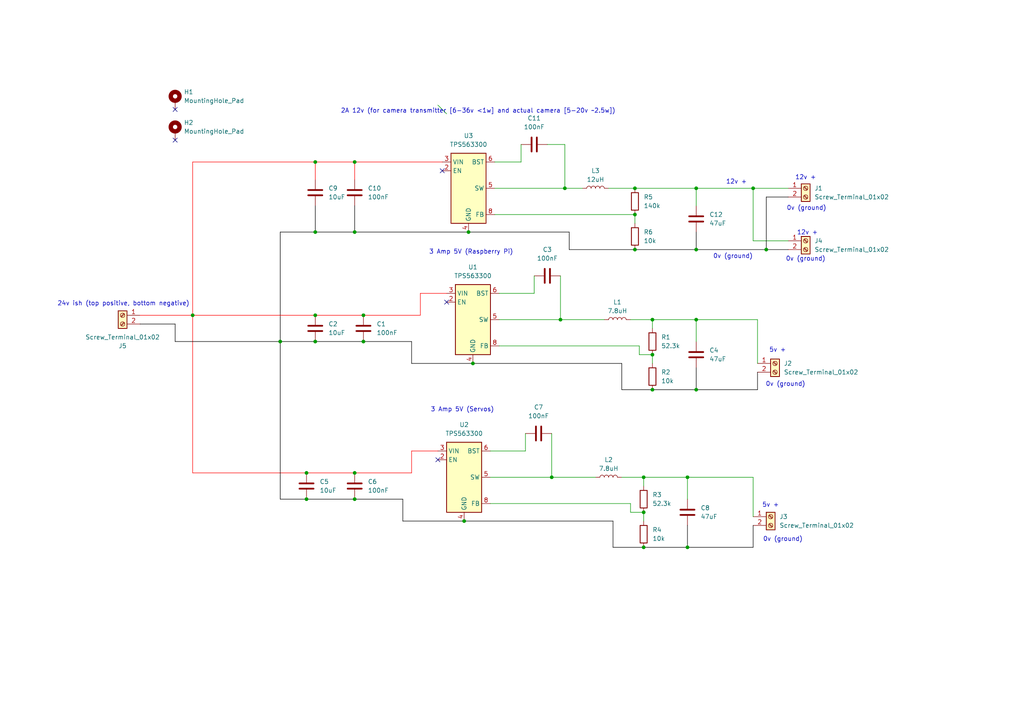
<source format=kicad_sch>
(kicad_sch (version 20231120) (generator "eeschema") (generator_version "8.0")
  (paper "A4")
  (title_block (title "BORZOI"))
  (lib_symbols
    (symbol "Connector:Screw_Terminal_01x02" (pin_names (offset 1.016) hide)
      (property "Reference" "J" (at 0 2.54 0))
      (property "Value" "Screw_Terminal_01x02" (at 0 -5.08 0))
      (symbol "Screw_Terminal_01x02_1_1"
        (rectangle (start -1.27 1.27) (end 1.27 -3.81) (stroke (width 0.254)) (fill (type background)))
        (circle (center 0 -2.54) (radius 0.635) (stroke (width 0.1524)))
        (polyline (pts (xy -0.5334 -2.2098) (xy 0.3302 -3.048)) (stroke (width 0.1524)))
        (polyline (pts (xy -0.5334 0.3302) (xy 0.3302 -0.508)) (stroke (width 0.1524)))
        (polyline (pts (xy -0.3556 -2.032) (xy 0.508 -2.8702)) (stroke (width 0.1524)))
        (polyline (pts (xy -0.3556 0.508) (xy 0.508 -0.3302)) (stroke (width 0.1524)))
        (circle (center 0 0) (radius 0.635) (stroke (width 0.1524)))
        (pin passive line (at -5.08 0 0) (length 3.81) (name "Pin_1") (number "1"))
        (pin passive line (at -5.08 -2.54 0) (length 3.81) (name "Pin_2") (number "2"))
      )
    )
    (symbol "Device:C" (pin_numbers hide) (pin_names (offset 0.254))
      (property "Reference" "C" (at 0.635 2.54 0))
      (property "Value" "C" (at 0.635 -2.54 0))
      (symbol "C_0_1"
        (polyline (pts (xy -2.032 -0.762) (xy 2.032 -0.762)) (stroke (width 0.508)))
        (polyline (pts (xy -2.032 0.762) (xy 2.032 0.762)) (stroke (width 0.508)))
      )
      (symbol "C_1_1"
        (pin passive line (at 0 3.81 270) (length 2.794) (name "~") (number "1"))
        (pin passive line (at 0 -3.81 90) (length 2.794) (name "~") (number "2"))
      )
    )
    (symbol "Device:L" (pin_numbers hide) (pin_names (offset 1.016) hide)
      (property "Reference" "L" (at -1.27 0 90))
      (property "Value" "L" (at 1.905 0 90))
      (symbol "L_0_1"
        (arc (start 0 -2.54) (mid 0.6323 -1.905) (end 0 -1.27))
        (arc (start 0 -1.27) (mid 0.6323 -0.635) (end 0 0))
        (arc (start 0 0) (mid 0.6323 0.635) (end 0 1.27))
        (arc (start 0 1.27) (mid 0.6323 1.905) (end 0 2.54))
      )
      (symbol "L_1_1"
        (pin passive line (at 0 3.81 270) (length 1.27) (name "1") (number "1"))
        (pin passive line (at 0 -3.81 90) (length 1.27) (name "2") (number "2"))
      )
    )
    (symbol "Device:R" (pin_numbers hide) (pin_names (offset 0))
      (property "Reference" "R" (at 2.032 0 90))
      (property "Value" "R" (at 0 0 90))
      (symbol "R_0_1"
        (rectangle (start -1.016 -2.54) (end 1.016 2.54) (stroke (width 0.254)))
      )
      (symbol "R_1_1"
        (pin passive line (at 0 3.81 270) (length 1.27) (name "~") (number "1"))
        (pin passive line (at 0 -3.81 90) (length 1.27) (name "~") (number "2"))
      )
    )
    (symbol "Mechanical:MountingHole_Pad" (pin_numbers hide) (pin_names (offset 1.016) hide) (exclude_from_sim yes) (in_bom no)
      (property "Reference" "H" (at 0 6.35 0))
      (property "Value" "MountingHole_Pad" (at 0 4.445 0))
      (symbol "MountingHole_Pad_0_1"
        (circle (center 0 1.27) (radius 1.27) (stroke (width 1.27)))
      )
      (symbol "MountingHole_Pad_1_1"
        (pin input line (at 0 -2.54 90) (length 2.54) (name "1") (number "1"))
      )
    )
    (symbol "Regulator_Switching:TPS563300"
      (property "Reference" "U" (at 0 13.97 0))
      (property "Value" "TPS563300" (at 0 11.43 0))
      (symbol "TPS563300_0_1"
        (rectangle (start -5.08 10.16) (end 5.08 -10.16) (stroke (width 0.254)) (fill (type background)))
      )
      (symbol "TPS563300_1_1"
        (pin no_connect line (at -5.08 -5.08 0) (length 2.54) hide (name "NC") (number "1"))
        (pin input line (at -7.62 5.08 0) (length 2.54) (name "EN") (number "2"))
        (pin power_in line (at -7.62 7.62 0) (length 2.54) (name "VIN") (number "3"))
        (pin power_in line (at 0 -12.7 90) (length 2.54) (name "GND") (number "4"))
        (pin output line (at 7.62 0 180) (length 2.54) (name "SW") (number "5"))
        (pin passive line (at 7.62 7.62 180) (length 2.54) (name "BST") (number "6"))
        (pin no_connect line (at -5.08 -2.54 0) (length 2.54) hide (name "NC") (number "7"))
        (pin input line (at 7.62 -7.62 180) (length 2.54) (name "FB") (number "8"))
      )
    )
  )
  (junction (at 163.83 54.61))
  (junction (at 186.69 138.43))
  (junction (at 135.89 67.31))
  (junction (at 189.23 102.87))
  (junction (at 189.23 113.03))
  (junction (at 55.88 91.44))
  (junction (at 201.93 113.03))
  (junction (at 91.44 67.31))
  (junction (at 199.39 158.75))
  (junction (at 91.44 91.44))
  (junction (at 105.41 99.06))
  (junction (at 88.9 137.16))
  (junction (at 81.28 99.06))
  (junction (at 186.69 158.75))
  (junction (at 222.25 72.39))
  (junction (at 160.02 138.43))
  (junction (at 184.15 54.61))
  (junction (at 201.93 54.61))
  (junction (at 201.93 92.71))
  (junction (at 184.15 72.39))
  (junction (at 137.16 105.41))
  (junction (at 91.44 46.99))
  (junction (at 218.44 54.61))
  (junction (at 105.41 91.44))
  (junction (at 102.87 137.16))
  (junction (at 102.87 46.99))
  (junction (at 102.87 144.78))
  (junction (at 88.9 144.78))
  (junction (at 199.39 138.43))
  (junction (at 91.44 99.06))
  (junction (at 186.69 148.59))
  (junction (at 102.87 67.31))
  (junction (at 184.15 62.23))
  (junction (at 201.93 72.39))
  (junction (at 162.56 92.71))
  (junction (at 189.23 92.71))
  (junction (at 134.62 151.13))
  (no_connect (at 50.8 31.75))
  (no_connect (at 127 133.35))
  (no_connect (at 128.27 49.53))
  (no_connect (at 50.8 40.64))
  (no_connect (at 129.54 87.63))
  (bus_entry (at 127 30.48) (size 2.54 2.54))
  (wire (pts (xy 116.84 144.78) (xy 116.84 151.13)) (stroke (width 0) (color 0 0 0 1)))
  (wire (pts (xy 162.56 92.71) (xy 175.26 92.71)))
  (wire (pts (xy 218.44 54.61) (xy 228.6 54.61)))
  (wire (pts (xy 143.51 54.61) (xy 163.83 54.61)))
  (wire (pts (xy 128.27 46.99) (xy 102.87 46.99)) (stroke (width 0) (color 255 0 0 1)))
  (wire (pts (xy 81.28 67.31) (xy 81.28 99.06)) (stroke (width 0) (color 0 0 0 1)))
  (wire (pts (xy 119.38 137.16) (xy 119.38 130.81)) (stroke (width 0) (color 255 0 0 1)))
  (wire (pts (xy 50.8 99.06) (xy 50.8 93.98)) (stroke (width 0) (color 0 0 0 1)))
  (wire (pts (xy 189.23 113.03) (xy 201.93 113.03)) (stroke (width 0) (color 0 0 0 1)))
  (wire (pts (xy 143.51 46.99) (xy 151.13 46.99)))
  (wire (pts (xy 182.88 92.71) (xy 189.23 92.71)))
  (wire (pts (xy 105.41 91.44) (xy 121.92 91.44)) (stroke (width 0) (color 255 0 0 1)))
  (wire (pts (xy 144.78 85.09) (xy 154.94 85.09)))
  (wire (pts (xy 137.16 105.41) (xy 180.34 105.41)) (stroke (width 0) (color 0 0 0 1)))
  (wire (pts (xy 163.83 54.61) (xy 168.91 54.61)))
  (wire (pts (xy 201.93 72.39) (xy 222.25 72.39)) (stroke (width 0) (color 0 0 0 1)))
  (wire (pts (xy 201.93 67.31) (xy 201.93 72.39)) (stroke (width 0) (color 0 0 0 1)))
  (wire (pts (xy 177.8 158.75) (xy 186.69 158.75)) (stroke (width 0) (color 0 0 0 1)))
  (wire (pts (xy 222.25 72.39) (xy 228.6 72.39)) (stroke (width 0) (color 0 0 0 1)))
  (wire (pts (xy 50.8 99.06) (xy 81.28 99.06)) (stroke (width 0) (color 0 0 0 1)))
  (wire (pts (xy 81.28 144.78) (xy 88.9 144.78)) (stroke (width 0) (color 0 0 0 1)))
  (wire (pts (xy 81.28 99.06) (xy 91.44 99.06)) (stroke (width 0) (color 0 0 0 1)))
  (wire (pts (xy 158.75 41.91) (xy 163.83 41.91)))
  (wire (pts (xy 81.28 67.31) (xy 91.44 67.31)) (stroke (width 0) (color 0 0 0 1)))
  (wire (pts (xy 102.87 46.99) (xy 91.44 46.99)) (stroke (width 0) (color 255 0 0 1)))
  (wire (pts (xy 185.42 100.33) (xy 185.42 102.87)))
  (wire (pts (xy 102.87 59.69) (xy 102.87 67.31)) (stroke (width 0) (color 0 0 0 1)))
  (wire (pts (xy 160.02 138.43) (xy 172.72 138.43)))
  (wire (pts (xy 91.44 99.06) (xy 105.41 99.06)) (stroke (width 0) (color 0 0 0 1)))
  (wire (pts (xy 144.78 92.71) (xy 162.56 92.71)))
  (wire (pts (xy 222.25 72.39) (xy 222.25 57.15)) (stroke (width 0) (color 0 0 0 1)))
  (wire (pts (xy 152.4 130.81) (xy 152.4 125.73)))
  (wire (pts (xy 162.56 92.71) (xy 162.56 80.01)))
  (wire (pts (xy 201.93 113.03) (xy 219.71 113.03)) (stroke (width 0) (color 0 0 0 1)))
  (wire (pts (xy 218.44 152.4) (xy 218.44 158.75)) (stroke (width 0) (color 0 0 0 1)))
  (wire (pts (xy 88.9 137.16) (xy 102.87 137.16)) (stroke (width 0) (color 255 0 0 1)))
  (wire (pts (xy 55.88 91.44) (xy 55.88 137.16)) (stroke (width 0) (color 255 0 0 1)))
  (wire (pts (xy 201.93 106.68) (xy 201.93 113.03)) (stroke (width 0) (color 0 0 0 1)))
  (wire (pts (xy 199.39 138.43) (xy 199.39 144.78)))
  (wire (pts (xy 142.24 138.43) (xy 160.02 138.43)))
  (wire (pts (xy 165.1 67.31) (xy 135.89 67.31)) (stroke (width 0) (color 0 0 0 1)))
  (wire (pts (xy 55.88 91.44) (xy 55.88 46.99)) (stroke (width 0) (color 255 0 0 1)))
  (wire (pts (xy 186.69 158.75) (xy 199.39 158.75)) (stroke (width 0) (color 0 0 0 1)))
  (wire (pts (xy 91.44 91.44) (xy 105.41 91.44)) (stroke (width 0) (color 255 0 0 1)))
  (wire (pts (xy 119.38 99.06) (xy 119.38 105.41)) (stroke (width 0) (color 0 0 0 1)))
  (wire (pts (xy 144.78 100.33) (xy 185.42 100.33)))
  (wire (pts (xy 143.51 62.23) (xy 184.15 62.23)))
  (wire (pts (xy 119.38 130.81) (xy 127 130.81)) (stroke (width 0) (color 255 0 0 1)))
  (wire (pts (xy 105.41 99.06) (xy 119.38 99.06)) (stroke (width 0) (color 0 0 0 1)))
  (wire (pts (xy 201.93 54.61) (xy 218.44 54.61)))
  (wire (pts (xy 151.13 46.99) (xy 151.13 41.91)))
  (wire (pts (xy 186.69 148.59) (xy 186.69 151.13)))
  (wire (pts (xy 189.23 92.71) (xy 201.93 92.71)))
  (wire (pts (xy 199.39 158.75) (xy 218.44 158.75)) (stroke (width 0) (color 0 0 0 1)))
  (wire (pts (xy 142.24 130.81) (xy 152.4 130.81)))
  (wire (pts (xy 142.24 146.05) (xy 182.88 146.05)))
  (wire (pts (xy 102.87 67.31) (xy 135.89 67.31)) (stroke (width 0) (color 0 0 0 1)))
  (wire (pts (xy 176.53 54.61) (xy 184.15 54.61)))
  (wire (pts (xy 102.87 144.78) (xy 116.84 144.78)) (stroke (width 0) (color 0 0 0 1)))
  (wire (pts (xy 186.69 138.43) (xy 199.39 138.43)))
  (wire (pts (xy 81.28 99.06) (xy 81.28 144.78)) (stroke (width 0) (color 0 0 0 1)))
  (wire (pts (xy 180.34 138.43) (xy 186.69 138.43)))
  (wire (pts (xy 184.15 72.39) (xy 201.93 72.39)) (stroke (width 0) (color 0 0 0 1)))
  (wire (pts (xy 180.34 113.03) (xy 189.23 113.03)) (stroke (width 0) (color 0 0 0 1)))
  (wire (pts (xy 222.25 57.15) (xy 228.6 57.15)) (stroke (width 0) (color 0 0 0 1)))
  (wire (pts (xy 55.88 91.44) (xy 91.44 91.44)) (stroke (width 0) (color 255 0 0 1)))
  (wire (pts (xy 189.23 102.87) (xy 189.23 105.41)))
  (wire (pts (xy 219.71 107.95) (xy 219.71 113.03)) (stroke (width 0) (color 0 0 0 1)))
  (wire (pts (xy 182.88 146.05) (xy 182.88 148.59)))
  (wire (pts (xy 199.39 138.43) (xy 218.44 138.43)))
  (wire (pts (xy 184.15 62.23) (xy 184.15 64.77)))
  (wire (pts (xy 201.93 92.71) (xy 201.93 99.06)))
  (wire (pts (xy 218.44 138.43) (xy 218.44 149.86)))
  (wire (pts (xy 102.87 46.99) (xy 102.87 52.07)) (stroke (width 0) (color 255 0 0 1)))
  (wire (pts (xy 165.1 72.39) (xy 165.1 67.31)) (stroke (width 0) (color 0 0 0 1)))
  (wire (pts (xy 184.15 54.61) (xy 201.93 54.61)))
  (wire (pts (xy 182.88 148.59) (xy 186.69 148.59)))
  (wire (pts (xy 201.93 54.61) (xy 201.93 59.69)))
  (wire (pts (xy 102.87 137.16) (xy 119.38 137.16)) (stroke (width 0) (color 255 0 0 1)))
  (wire (pts (xy 163.83 41.91) (xy 163.83 54.61)))
  (wire (pts (xy 218.44 69.85) (xy 228.6 69.85)))
  (wire (pts (xy 177.8 151.13) (xy 177.8 158.75)) (stroke (width 0) (color 0 0 0 1)))
  (wire (pts (xy 185.42 102.87) (xy 189.23 102.87)))
  (wire (pts (xy 91.44 67.31) (xy 102.87 67.31)) (stroke (width 0) (color 0 0 0 1)))
  (wire (pts (xy 88.9 144.78) (xy 102.87 144.78)) (stroke (width 0) (color 0 0 0 1)))
  (wire (pts (xy 119.38 105.41) (xy 137.16 105.41)) (stroke (width 0) (color 0 0 0 1)))
  (wire (pts (xy 134.62 151.13) (xy 177.8 151.13)) (stroke (width 0) (color 0 0 0 1)))
  (wire (pts (xy 219.71 92.71) (xy 219.71 105.41)))
  (wire (pts (xy 218.44 54.61) (xy 218.44 69.85)))
  (wire (pts (xy 160.02 138.43) (xy 160.02 125.73)))
  (wire (pts (xy 121.92 91.44) (xy 121.92 85.09)) (stroke (width 0) (color 255 0 0 1)))
  (wire (pts (xy 121.92 85.09) (xy 129.54 85.09)) (stroke (width 0) (color 255 0 0 1)))
  (wire (pts (xy 186.69 140.97) (xy 186.69 138.43)))
  (wire (pts (xy 55.88 46.99) (xy 91.44 46.99)) (stroke (width 0) (color 255 0 0 1)))
  (wire (pts (xy 201.93 92.71) (xy 219.71 92.71)))
  (wire (pts (xy 50.8 93.98) (xy 40.64 93.98)) (stroke (width 0) (color 0 0 0 1)))
  (wire (pts (xy 154.94 85.09) (xy 154.94 80.01)))
  (wire (pts (xy 189.23 95.25) (xy 189.23 92.71)))
  (wire (pts (xy 91.44 46.99) (xy 91.44 52.07)) (stroke (width 0) (color 255 0 0 1)))
  (wire (pts (xy 180.34 105.41) (xy 180.34 113.03)) (stroke (width 0) (color 0 0 0 1)))
  (wire (pts (xy 40.64 91.44) (xy 55.88 91.44)) (stroke (width 0) (color 255 0 0 1)))
  (wire (pts (xy 88.9 137.16) (xy 55.88 137.16)) (stroke (width 0) (color 255 0 0 1)))
  (wire (pts (xy 116.84 151.13) (xy 134.62 151.13)) (stroke (width 0) (color 0 0 0 1)))
  (wire (pts (xy 184.15 72.39) (xy 165.1 72.39)) (stroke (width 0) (color 0 0 0 1)))
  (wire (pts (xy 199.39 152.4) (xy 199.39 158.75)) (stroke (width 0) (color 0 0 0 1)))
  (wire (pts (xy 91.44 59.69) (xy 91.44 67.31)) (stroke (width 0) (color 0 0 0 1)))
  (text "0v (ground)" (at 227.838 111.506 0) (effects (font (size 1.27 1.27))))
  (text "12v +\n" (at 233.68 51.562 0) (effects (font (size 1.27 1.27))))
  (text "0v (ground)" (at 233.934 60.452 0) (effects (font (size 1.27 1.27))))
  (text "3 Amp 5V (Raspberry Pi)" (at 136.652 73.152 0) (effects (font (size 1.27 1.27))))
  (text "12v +\n" (at 234.188 67.564 0) (effects (font (size 1.27 1.27))))
  (text "24v ish (top positive, bottom negative)\n" (at 35.814 88.138 0) (effects (font (size 1.27 1.27))))
  (text "5v +" (at 225.552 101.6 0) (effects (font (size 1.27 1.27))))
  (text "3 Amp 5V (Servos)" (at 134.112 118.872 0) (effects (font (size 1.27 1.27))))
  (text "12v +\n" (at 213.614 52.832 0) (effects (font (size 1.27 1.27))))
  (text "5v +" (at 223.52 146.558 0) (effects (font (size 1.27 1.27))))
  (text "0v (ground)" (at 227.076 156.464 0) (effects (font (size 1.27 1.27))))
  (text "0v (ground)" (at 212.598 74.422 0) (effects (font (size 1.27 1.27))))
  (text "2A 12v (for camera transmitter [6-36v <1w] and actual camera [5-20v ~2.5w])" (at 138.684 32.258 0) (effects (font (size 1.27 1.27))))
  (text "0v (ground)" (at 233.68 75.184 0) (effects (font (size 1.27 1.27))))
  (symbol (lib_id "Device:R") (at 184.15 68.58 0) (unit 1)
    (property "Reference" "R6" (at 186.69 67.3099 0) (effects (justify left)))
    (property "Value" "10k" (at 186.69 69.8499 0) (effects (justify left)))
    (property "Footprint" "Resistor_SMD:R_0603_1608Metric" (effects (hide yes)))
    (property "Description" "Resistor" (effects (hide yes)))
  )
  (symbol (lib_id "Device:C") (at 102.87 140.97 0) (unit 1)
    (property "Reference" "C6" (at 106.68 139.6999 0) (effects (justify left)))
    (property "Value" "100nF" (at 106.68 142.2399 0) (effects (justify left)))
    (property "Footprint" "Capacitor_SMD:C_0603_1608Metric" (effects (hide yes)))
    (property "Description" "Unpolarized capacitor" (effects (hide yes)))
  )
  (symbol (lib_id "Device:C") (at 201.93 102.87 0) (unit 1)
    (property "Reference" "C4" (at 205.74 101.5999 0) (effects (justify left)))
    (property "Value" "47uF" (at 205.74 104.1399 0) (effects (justify left)))
    (property "Footprint" "Capacitor_SMD:C_1210_3225Metric" (effects (hide yes)))
    (property "Description" "Unpolarized capacitor" (effects (hide yes)))
  )
  (symbol (lib_id "Device:C") (at 91.44 55.88 0) (unit 1)
    (property "Reference" "C9" (at 95.25 54.6099 0) (effects (justify left)))
    (property "Value" "10uF" (at 95.25 57.1499 0) (effects (justify left)))
    (property "Footprint" "Capacitor_SMD:C_1206_3216Metric" (effects (hide yes)))
    (property "Description" "Unpolarized capacitor" (effects (hide yes)))
  )
  (symbol (lib_id "Connector:Screw_Terminal_01x02") (at 224.79 105.41 0) (unit 1)
    (property "Reference" "J2" (at 227.33 105.4099 0) (effects (justify left)))
    (property "Value" "Screw_Terminal_01x02" (at 227.33 107.9499 0) (effects (justify left)))
    (property "Footprint" "Connector_TE_Terminal-Block:TE_282837-2" (effects (hide yes)))
    (property "Description" "Generic screw terminal, single row, 01x02, script generated (kicad-library-utils/schlib/autogen/connector/)" (effects (hide yes)))
  )
  (symbol (lib_id "Device:C") (at 154.94 41.91 90) (unit 1)
    (property "Reference" "C11" (at 154.94 34.29 90))
    (property "Value" "100nF" (at 154.94 36.83 90))
    (property "Footprint" "Capacitor_SMD:C_0603_1608Metric" (effects (hide yes)))
    (property "Description" "Unpolarized capacitor" (effects (hide yes)))
  )
  (symbol (lib_id "Device:R") (at 186.69 154.94 0) (unit 1)
    (property "Reference" "R4" (at 189.23 153.6699 0) (effects (justify left)))
    (property "Value" "10k" (at 189.23 156.2099 0) (effects (justify left)))
    (property "Footprint" "Resistor_SMD:R_0603_1608Metric" (effects (hide yes)))
    (property "Description" "Resistor" (effects (hide yes)))
  )
  (symbol (lib_id "Device:C") (at 199.39 148.59 0) (unit 1)
    (property "Reference" "C8" (at 203.2 147.3199 0) (effects (justify left)))
    (property "Value" "47uF" (at 203.2 149.8599 0) (effects (justify left)))
    (property "Footprint" "Capacitor_SMD:C_1210_3225Metric" (effects (hide yes)))
    (property "Description" "Unpolarized capacitor" (effects (hide yes)))
  )
  (symbol (lib_id "Device:R") (at 189.23 99.06 0) (unit 1)
    (property "Reference" "R1" (at 191.77 97.7899 0) (effects (justify left)))
    (property "Value" "52.3k" (at 191.77 100.3299 0) (effects (justify left)))
    (property "Footprint" "Resistor_SMD:R_0603_1608Metric" (effects (hide yes)))
    (property "Description" "Resistor" (effects (hide yes)))
  )
  (symbol (lib_id "Connector:Screw_Terminal_01x02") (at 223.52 149.86 0) (unit 1)
    (property "Reference" "J3" (at 226.06 149.8599 0) (effects (justify left)))
    (property "Value" "Screw_Terminal_01x02" (at 226.06 152.3999 0) (effects (justify left)))
    (property "Footprint" "Connector_TE_Terminal-Block:TE_282837-2" (effects (hide yes)))
    (property "Description" "Generic screw terminal, single row, 01x02, script generated (kicad-library-utils/schlib/autogen/connector/)" (effects (hide yes)))
  )
  (symbol (lib_id "Connector:Screw_Terminal_01x02") (at 233.68 54.61 0) (unit 1)
    (property "Reference" "J1" (at 236.22 54.6099 0) (effects (justify left)))
    (property "Value" "Screw_Terminal_01x02" (at 236.22 57.1499 0) (effects (justify left)))
    (property "Footprint" "Connector_TE_Terminal-Block:TE_282837-2" (effects (hide yes)))
    (property "Description" "Generic screw terminal, single row, 01x02, script generated (kicad-library-utils/schlib/autogen/connector/)" (effects (hide yes)))
  )
  (symbol (lib_id "Connector:Screw_Terminal_01x02") (at 35.56 91.44 0) (mirror y) (unit 1)
    (property "Reference" "J5" (at 35.56 100.33 0))
    (property "Value" "Screw_Terminal_01x02" (at 35.56 97.79 0))
    (property "Footprint" "Connector_TE_Terminal-Block:TE_282837-2" (effects (hide yes)))
    (property "Description" "Generic screw terminal, single row, 01x02, script generated (kicad-library-utils/schlib/autogen/connector/)" (effects (hide yes)))
  )
  (symbol (lib_id "Device:R") (at 184.15 58.42 0) (unit 1)
    (property "Reference" "R5" (at 186.69 57.1499 0) (effects (justify left)))
    (property "Value" "140k" (at 186.69 59.6899 0) (effects (justify left)))
    (property "Footprint" "Resistor_SMD:R_0603_1608Metric" (effects (hide yes)))
    (property "Description" "Resistor" (effects (hide yes)))
  )
  (symbol (lib_id "Device:C") (at 102.87 55.88 0) (unit 1)
    (property "Reference" "C10" (at 106.68 54.6099 0) (effects (justify left)))
    (property "Value" "100nF" (at 106.68 57.1499 0) (effects (justify left)))
    (property "Footprint" "Capacitor_SMD:C_0603_1608Metric" (effects (hide yes)))
    (property "Description" "Unpolarized capacitor" (effects (hide yes)))
  )
  (symbol (lib_id "Mechanical:MountingHole_Pad") (at 50.8 29.21 0) (unit 1) (exclude_from_sim yes) (in_bom no)
    (property "Reference" "H1" (at 53.34 26.6699 0) (effects (justify left)))
    (property "Value" "MountingHole_Pad" (at 53.34 29.2099 0) (effects (justify left)))
    (property "Footprint" "MountingHole:MountingHole_3mm_Pad_Via" (effects (hide yes)))
    (property "Description" "Mounting Hole with connection" (effects (hide yes)))
  )
  (symbol (lib_id "Regulator_Switching:TPS563300") (at 135.89 54.61 0) (unit 1)
    (property "Reference" "U3" (at 135.89 39.37 0))
    (property "Value" "TPS563300" (at 135.89 41.91 0))
    (property "Footprint" "Package_TO_SOT_SMD:SOT-583-8" (effects (hide yes)))
    (property "Datasheet" "https://www.ti.com/lit/ds/symlink/tps563300.pdf" (effects (hide yes)))
    (property "Description" "3.8-28V, 3A Synchronous Buck Converters with pulse frequency modulation (PFM), SOT583-8" (effects (hide yes)))
  )
  (symbol (lib_id "Mechanical:MountingHole_Pad") (at 50.8 38.1 0) (unit 1) (exclude_from_sim yes) (in_bom no)
    (property "Reference" "H2" (at 53.34 35.5599 0) (effects (justify left)))
    (property "Value" "MountingHole_Pad" (at 53.34 38.0999 0) (effects (justify left)))
    (property "Footprint" "MountingHole:MountingHole_3mm_Pad_Via" (effects (hide yes)))
    (property "Description" "Mounting Hole with connection" (effects (hide yes)))
  )
  (symbol (lib_id "Device:R") (at 189.23 109.22 0) (unit 1)
    (property "Reference" "R2" (at 191.77 107.9499 0) (effects (justify left)))
    (property "Value" "10k" (at 191.77 110.4899 0) (effects (justify left)))
    (property "Footprint" "Resistor_SMD:R_0603_1608Metric" (effects (hide yes)))
    (property "Description" "Resistor" (effects (hide yes)))
  )
  (symbol (lib_id "Device:L") (at 179.07 92.71 90) (unit 1)
    (property "Reference" "L1" (at 179.07 87.63 90))
    (property "Value" "7.8uH" (at 179.07 90.17 90))
    (property "Footprint" "Inductor_SMD:L_Wuerth_HCI-1050" (effects (hide yes)))
    (property "Datasheet" "https://www.we-online.com/components/products/datasheet/744325780.pdf" (effects (hide yes)))
    (property "Description" "Inductor" (effects (hide yes)))
  )
  (symbol (lib_id "Device:L") (at 176.53 138.43 90) (unit 1)
    (property "Reference" "L2" (at 176.53 133.35 90))
    (property "Value" "7.8uH" (at 176.53 135.89 90))
    (property "Footprint" "Inductor_SMD:L_Wuerth_HCI-1050" (effects (hide yes)))
    (property "Datasheet" "https://www.we-online.com/components/products/datasheet/744325780.pdf" (effects (hide yes)))
    (property "Description" "Inductor" (effects (hide yes)))
  )
  (symbol (lib_id "Device:C") (at 158.75 80.01 90) (unit 1)
    (property "Reference" "C3" (at 158.75 72.39 90))
    (property "Value" "100nF" (at 158.75 74.93 90))
    (property "Footprint" "Capacitor_SMD:C_0603_1608Metric" (effects (hide yes)))
    (property "Description" "Unpolarized capacitor" (effects (hide yes)))
  )
  (symbol (lib_id "Device:C") (at 105.41 95.25 0) (unit 1)
    (property "Reference" "C1" (at 109.22 93.9799 0) (effects (justify left)))
    (property "Value" "100nF" (at 109.22 96.5199 0) (effects (justify left)))
    (property "Footprint" "Capacitor_SMD:C_0603_1608Metric" (effects (hide yes)))
    (property "Description" "Unpolarized capacitor" (effects (hide yes)))
  )
  (symbol (lib_id "Regulator_Switching:TPS563300") (at 137.16 92.71 0) (unit 1)
    (property "Reference" "U1" (at 137.16 77.47 0))
    (property "Value" "TPS563300" (at 137.16 80.01 0))
    (property "Footprint" "Package_TO_SOT_SMD:SOT-583-8" (effects (hide yes)))
    (property "Datasheet" "https://www.ti.com/lit/ds/symlink/tps563300.pdf" (effects (hide yes)))
    (property "Description" "3.8-28V, 3A Synchronous Buck Converters with pulse frequency modulation (PFM), SOT583-8" (effects (hide yes)))
  )
  (symbol (lib_id "Device:C") (at 156.21 125.73 90) (unit 1)
    (property "Reference" "C7" (at 156.21 118.11 90))
    (property "Value" "100nF" (at 156.21 120.65 90))
    (property "Footprint" "Capacitor_SMD:C_0603_1608Metric" (effects (hide yes)))
    (property "Description" "Unpolarized capacitor" (effects (hide yes)))
  )
  (symbol (lib_id "Device:C") (at 88.9 140.97 0) (unit 1)
    (property "Reference" "C5" (at 92.71 139.6999 0) (effects (justify left)))
    (property "Value" "10uF" (at 92.71 142.2399 0) (effects (justify left)))
    (property "Footprint" "Capacitor_SMD:C_1206_3216Metric" (effects (hide yes)))
    (property "Description" "Unpolarized capacitor" (effects (hide yes)))
  )
  (symbol (lib_id "Device:C") (at 91.44 95.25 0) (unit 1)
    (property "Reference" "C2" (at 95.25 93.9799 0) (effects (justify left)))
    (property "Value" "10uF" (at 95.25 96.5199 0) (effects (justify left)))
    (property "Footprint" "Capacitor_SMD:C_1206_3216Metric" (effects (hide yes)))
    (property "Description" "Unpolarized capacitor" (effects (hide yes)))
  )
  (symbol (lib_id "Regulator_Switching:TPS563300") (at 134.62 138.43 0) (unit 1)
    (property "Reference" "U2" (at 134.62 123.19 0))
    (property "Value" "TPS563300" (at 134.62 125.73 0))
    (property "Footprint" "Package_TO_SOT_SMD:SOT-583-8" (effects (hide yes)))
    (property "Datasheet" "https://www.ti.com/lit/ds/symlink/tps563300.pdf" (effects (hide yes)))
    (property "Description" "3.8-28V, 3A Synchronous Buck Converters with pulse frequency modulation (PFM), SOT583-8" (effects (hide yes)))
  )
  (symbol (lib_id "Device:R") (at 186.69 144.78 0) (unit 1)
    (property "Reference" "R3" (at 189.23 143.5099 0) (effects (justify left)))
    (property "Value" "52.3k" (at 189.23 146.0499 0) (effects (justify left)))
    (property "Footprint" "Resistor_SMD:R_0603_1608Metric" (effects (hide yes)))
    (property "Description" "Resistor" (effects (hide yes)))
  )
  (symbol (lib_id "Device:L") (at 172.72 54.61 90) (unit 1)
    (property "Reference" "L3" (at 172.72 49.53 90))
    (property "Value" "12uH" (at 172.72 52.07 90))
    (property "Footprint" "Inductor_Coilcraft:IND_XGL6060_COC" (effects (hide yes)))
    (property "Datasheet" "https://www.coilcraft.com/getmedia/329fe97c-7311-4726-9bf3-37718f42b168/xgl6060.pdf" (effects (hide yes)))
    (property "Description" "Inductor (https://www.digikey.com/en/products/detail/coilcraft/XGL6060-123MEC/15794290)" (effects (hide yes)))
  )
  (symbol (lib_id "Connector:Screw_Terminal_01x02") (at 233.68 69.85 0) (unit 1)
    (property "Reference" "J4" (at 236.22 69.8499 0) (effects (justify left)))
    (property "Value" "Screw_Terminal_01x02" (at 236.22 72.3899 0) (effects (justify left)))
    (property "Footprint" "Connector_TE_Terminal-Block:TE_282837-2" (effects (hide yes)))
    (property "Description" "Generic screw terminal, single row, 01x02, script generated (kicad-library-utils/schlib/autogen/connector/)" (effects (hide yes)))
  )
  (symbol (lib_id "Device:C") (at 201.93 63.5 0) (unit 1)
    (property "Reference" "C12" (at 205.74 62.2299 0) (effects (justify left)))
    (property "Value" "47uF" (at 205.74 64.7699 0) (effects (justify left)))
    (property "Footprint" "Capacitor_SMD:C_1210_3225Metric" (effects (hide yes)))
    (property "Description" "Unpolarized capacitor" (effects (hide yes)))
  )
)
</source>
